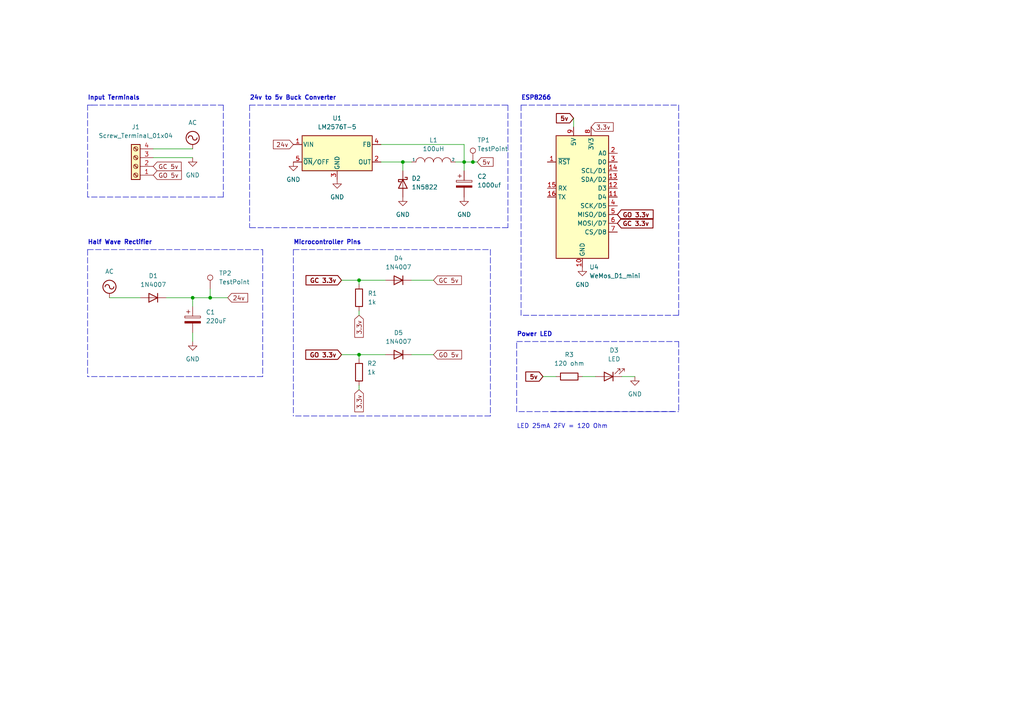
<source format=kicad_sch>
(kicad_sch (version 20211123) (generator eeschema)
  (paper "A4")
  (lib_symbols
    (symbol "Connector:Screw_Terminal_01x04" (pin_names (offset 1.016) hide)
      (property "Reference" "J" (at 0 5.08 0))
      (property "Value" "Screw_Terminal_01x04" (at 0 -7.62 0))
      (symbol "Screw_Terminal_01x04_1_1"
        (rectangle (start -1.27 3.81) (end 1.27 -6.35) (stroke (width 0.254)) (fill (type background)))
        (circle (center 0 -5.08) (radius 0.635) (stroke (width 0.1524)))
        (circle (center 0 -2.54) (radius 0.635) (stroke (width 0.1524)))
        (polyline (pts (xy -0.5334 -4.7498) (xy 0.3302 -5.588)) (stroke (width 0.1524)))
        (polyline (pts (xy -0.5334 -2.2098) (xy 0.3302 -3.048)) (stroke (width 0.1524)))
        (polyline (pts (xy -0.5334 0.3302) (xy 0.3302 -0.508)) (stroke (width 0.1524)))
        (polyline (pts (xy -0.5334 2.8702) (xy 0.3302 2.032)) (stroke (width 0.1524)))
        (polyline (pts (xy -0.3556 -4.572) (xy 0.508 -5.4102)) (stroke (width 0.1524)))
        (polyline (pts (xy -0.3556 -2.032) (xy 0.508 -2.8702)) (stroke (width 0.1524)))
        (polyline (pts (xy -0.3556 0.508) (xy 0.508 -0.3302)) (stroke (width 0.1524)))
        (polyline (pts (xy -0.3556 3.048) (xy 0.508 2.2098)) (stroke (width 0.1524)))
        (circle (center 0 0) (radius 0.635) (stroke (width 0.1524)))
        (circle (center 0 2.54) (radius 0.635) (stroke (width 0.1524)))
        (pin passive line (at -5.08 2.54 0) (length 3.81) (name "Pin_1") (number "1"))
        (pin passive line (at -5.08 0 0) (length 3.81) (name "Pin_2") (number "2"))
        (pin passive line (at -5.08 -2.54 0) (length 3.81) (name "Pin_3") (number "3"))
        (pin passive line (at -5.08 -5.08 0) (length 3.81) (name "Pin_4") (number "4"))
      )
    )
    (symbol "Connector:TestPoint" (pin_numbers hide) (pin_names (offset 0.762) hide)
      (property "Reference" "TP" (at 0 6.858 0))
      (property "Value" "TestPoint" (at 0 5.08 0))
      (symbol "TestPoint_0_1"
        (circle (center 0 3.302) (radius 0.762))
      )
      (symbol "TestPoint_1_1"
        (pin passive line (at 0 0 90) (length 2.54) (name "1") (number "1"))
      )
    )
    (symbol "Device:C_Polarized" (pin_numbers hide) (pin_names (offset 0.254))
      (property "Reference" "C" (at 0.635 2.54 0))
      (property "Value" "C_Polarized" (at 0.635 -2.54 0))
      (symbol "C_Polarized_0_1"
        (rectangle (start -2.286 0.508) (end 2.286 1.016))
        (polyline (pts (xy -1.778 2.286) (xy -0.762 2.286)))
        (polyline (pts (xy -1.27 2.794) (xy -1.27 1.778)))
        (rectangle (start 2.286 -0.508) (end -2.286 -1.016) (fill (type outline)))
      )
      (symbol "C_Polarized_1_1"
        (pin passive line (at 0 3.81 270) (length 2.794) (name "~") (number "1"))
        (pin passive line (at 0 -3.81 90) (length 2.794) (name "~") (number "2"))
      )
    )
    (symbol "Device:LED" (pin_numbers hide) (pin_names (offset 1.016) hide)
      (property "Reference" "D" (at 0 2.54 0))
      (property "Value" "LED" (at 0 -2.54 0))
      (symbol "LED_0_1"
        (polyline (pts (xy -1.27 -1.27) (xy -1.27 1.27)) (stroke (width 0.254)))
        (polyline (pts (xy -1.27 0) (xy 1.27 0)))
        (polyline (pts (xy 1.27 -1.27) (xy 1.27 1.27) (xy -1.27 0) (xy 1.27 -1.27)) (stroke (width 0.254)))
        (polyline (pts (xy -3.048 -0.762) (xy -4.572 -2.286) (xy -3.81 -2.286) (xy -4.572 -2.286) (xy -4.572 -1.524)))
        (polyline (pts (xy -1.778 -0.762) (xy -3.302 -2.286) (xy -2.54 -2.286) (xy -3.302 -2.286) (xy -3.302 -1.524)))
      )
      (symbol "LED_1_1"
        (pin passive line (at -3.81 0 0) (length 2.54) (name "K") (number "1"))
        (pin passive line (at 3.81 0 180) (length 2.54) (name "A") (number "2"))
      )
    )
    (symbol "Device:R" (pin_numbers hide) (pin_names (offset 0))
      (property "Reference" "R" (at 2.032 0 90))
      (property "Value" "R" (at 0 0 90))
      (symbol "R_0_1"
        (rectangle (start -1.016 -2.54) (end 1.016 2.54) (stroke (width 0.254)))
      )
      (symbol "R_1_1"
        (pin passive line (at 0 3.81 270) (length 1.27) (name "~") (number "1"))
        (pin passive line (at 0 -3.81 90) (length 1.27) (name "~") (number "2"))
      )
    )
    (symbol "Diode:1N4007" (pin_numbers hide) (pin_names (offset 1.016) hide)
      (property "Reference" "D" (at 0 2.54 0))
      (property "Value" "1N4007" (at 0 -2.54 0))
      (symbol "1N4007_0_1"
        (polyline (pts (xy -1.27 1.27) (xy -1.27 -1.27)) (stroke (width 0.254)))
        (polyline (pts (xy 1.27 0) (xy -1.27 0)))
        (polyline (pts (xy 1.27 1.27) (xy 1.27 -1.27) (xy -1.27 0) (xy 1.27 1.27)) (stroke (width 0.254)))
      )
      (symbol "1N4007_1_1"
        (pin passive line (at -3.81 0 0) (length 2.54) (name "K") (number "1"))
        (pin passive line (at 3.81 0 180) (length 2.54) (name "A") (number "2"))
      )
    )
    (symbol "Diode:1N5822" (pin_numbers hide) (pin_names (offset 1.016) hide)
      (property "Reference" "D" (at 0 2.54 0))
      (property "Value" "1N5822" (at 0 -2.54 0))
      (symbol "1N5822_0_1"
        (polyline (pts (xy 1.27 0) (xy -1.27 0)))
        (polyline (pts (xy 1.27 1.27) (xy 1.27 -1.27) (xy -1.27 0) (xy 1.27 1.27)) (stroke (width 0.254)))
        (polyline (pts (xy -1.905 0.635) (xy -1.905 1.27) (xy -1.27 1.27) (xy -1.27 -1.27) (xy -0.635 -1.27) (xy -0.635 -0.635)) (stroke (width 0.254)))
      )
      (symbol "1N5822_1_1"
        (pin passive line (at -3.81 0 0) (length 2.54) (name "K") (number "1"))
        (pin passive line (at 3.81 0 180) (length 2.54) (name "A") (number "2"))
      )
    )
    (symbol "MCU_Module:WeMos_D1_mini"
      (property "Reference" "U" (at 3.81 19.05 0))
      (property "Value" "WeMos_D1_mini" (at 1.27 -19.05 0))
      (symbol "WeMos_D1_mini_1_1"
        (rectangle (start -7.62 17.78) (end 7.62 -17.78) (stroke (width 0.254)) (fill (type background)))
        (pin input line (at -10.16 10.16 0) (length 2.54) (name "~{RST}") (number "1"))
        (pin power_in line (at 0 -20.32 90) (length 2.54) (name "GND") (number "10"))
        (pin bidirectional line (at 10.16 0 180) (length 2.54) (name "D4") (number "11"))
        (pin bidirectional line (at 10.16 2.54 180) (length 2.54) (name "D3") (number "12"))
        (pin bidirectional line (at 10.16 5.08 180) (length 2.54) (name "SDA/D2") (number "13"))
        (pin bidirectional line (at 10.16 7.62 180) (length 2.54) (name "SCL/D1") (number "14"))
        (pin input line (at -10.16 2.54 0) (length 2.54) (name "RX") (number "15"))
        (pin output line (at -10.16 0 0) (length 2.54) (name "TX") (number "16"))
        (pin input line (at 10.16 12.7 180) (length 2.54) (name "A0") (number "2"))
        (pin bidirectional line (at 10.16 10.16 180) (length 2.54) (name "D0") (number "3"))
        (pin bidirectional line (at 10.16 -2.54 180) (length 2.54) (name "SCK/D5") (number "4"))
        (pin bidirectional line (at 10.16 -5.08 180) (length 2.54) (name "MISO/D6") (number "5"))
        (pin bidirectional line (at 10.16 -7.62 180) (length 2.54) (name "MOSI/D7") (number "6"))
        (pin bidirectional line (at 10.16 -10.16 180) (length 2.54) (name "CS/D8") (number "7"))
        (pin power_out line (at 2.54 20.32 270) (length 2.54) (name "3V3") (number "8"))
        (pin power_in line (at -2.54 20.32 270) (length 2.54) (name "5V") (number "9"))
      )
    )
    (symbol "Regulator_Switching:LM2576T-5" (pin_names (offset 0.254))
      (property "Reference" "U" (at -10.16 6.35 0))
      (property "Value" "LM2576T-5" (at 0 6.35 0))
      (symbol "LM2576T-5_0_1"
        (rectangle (start -10.16 5.08) (end 10.16 -5.08) (stroke (width 0.254)) (fill (type background)))
      )
      (symbol "LM2576T-5_1_1"
        (pin power_in line (at -12.7 2.54 0) (length 2.54) (name "VIN") (number "1"))
        (pin output line (at 12.7 -2.54 180) (length 2.54) (name "OUT") (number "2"))
        (pin power_in line (at 0 -7.62 90) (length 2.54) (name "GND") (number "3"))
        (pin input line (at 12.7 2.54 180) (length 2.54) (name "FB") (number "4"))
        (pin input line (at -12.7 -2.54 0) (length 2.54) (name "~{ON}/OFF") (number "5"))
      )
    )
    (symbol "power:AC" (power) (pin_names (offset 0))
      (property "Value" "AC" (at 0 6.35 0))
      (symbol "AC_0_1"
        (polyline (pts (xy 0 0) (xy 0 1.27)))
        (arc (start 0 3.175) (mid -0.635 3.81) (end -1.27 3.175) (stroke (width 0.254)))
        (arc (start 0 3.175) (mid 0.635 2.54) (end 1.27 3.175) (stroke (width 0.254)))
        (circle (center 0 3.175) (radius 1.905) (stroke (width 0.254)))
      )
      (symbol "AC_1_1"
        (pin power_in line (at 0 0 90) (length 0) hide (name "AC") (number "1"))
      )
    )
    (symbol "power:GND" (power) (pin_names (offset 0))
      (property "Value" "GND" (at 0 -3.81 0))
      (symbol "GND_0_1"
        (polyline (pts (xy 0 0) (xy 0 -1.27) (xy 1.27 -1.27) (xy 0 -2.54) (xy -1.27 -1.27) (xy 0 -1.27)))
      )
      (symbol "GND_1_1"
        (pin power_in line (at 0 0 270) (length 0) hide (name "GND") (number "1"))
      )
    )
    (symbol "pspice:INDUCTOR" (pin_numbers hide) (pin_names (offset 0))
      (property "Reference" "L" (at 0 2.54 0))
      (property "Value" "INDUCTOR" (at 0 -1.27 0))
      (symbol "INDUCTOR_0_1"
        (arc (start -2.54 0) (mid -3.81 1.27) (end -5.08 0))
        (arc (start 0 0) (mid -1.27 1.27) (end -2.54 0))
        (arc (start 2.54 0) (mid 1.27 1.27) (end 0 0))
        (arc (start 5.08 0) (mid 3.81 1.27) (end 2.54 0))
      )
      (symbol "INDUCTOR_1_1"
        (pin input line (at -6.35 0 0) (length 1.27) (name "1") (number "1"))
        (pin input line (at 6.35 0 180) (length 1.27) (name "2") (number "2"))
      )
    )
  )
  (junction (at 60.96 86.36))
  (junction (at 134.62 46.99))
  (junction (at 104.14 81.28))
  (junction (at 55.88 86.36))
  (junction (at 104.14 102.87))
  (junction (at 137.16 46.99))
  (junction (at 116.84 46.99))
  (polyline (pts (xy 196.85 91.44) (xy 151.13 91.44)))
  (wire (pts (xy 116.84 46.99) (xy 119.38 46.99)))
  (wire (pts (xy 134.62 46.99) (xy 134.62 49.53)))
  (wire (pts (xy 44.45 45.72) (xy 55.88 45.72)))
  (wire (pts (xy 55.88 86.36) (xy 60.96 86.36)))
  (wire (pts (xy 137.16 46.99) (xy 138.43 46.99)))
  (wire (pts (xy 44.45 43.18) (xy 55.88 43.18)))
  (wire (pts (xy 132.08 46.99) (xy 134.62 46.99)))
  (polyline (pts (xy 149.86 119.38) (xy 149.86 99.06)))
  (wire (pts (xy 99.06 102.87) (xy 104.14 102.87)))
  (wire (pts (xy 172.72 109.22) (xy 168.91 109.22)))
  (wire (pts (xy 134.62 46.99) (xy 137.16 46.99)))
  (polyline (pts (xy 25.4 72.39) (xy 76.2 72.39)))
  (polyline (pts (xy 76.2 109.22) (xy 25.4 109.22)))
  (polyline (pts (xy 151.13 30.48) (xy 196.85 30.48)))
  (wire (pts (xy 104.14 82.55) (xy 104.14 81.28)))
  (polyline (pts (xy 142.24 120.65) (xy 85.09 120.65)))
  (polyline (pts (xy 151.13 30.48) (xy 151.13 91.44)))
  (polyline (pts (xy 72.39 30.48) (xy 72.39 66.04)))
  (polyline (pts (xy 160.02 119.38) (xy 196.85 119.38)))
  (polyline (pts (xy 25.4 72.39) (xy 25.4 109.22)))
  (wire (pts (xy 110.49 41.91) (xy 134.62 41.91)))
  (polyline (pts (xy 64.77 57.15) (xy 25.4 57.15)))
  (wire (pts (xy 99.06 81.28) (xy 104.14 81.28)))
  (polyline (pts (xy 147.32 66.04) (xy 72.39 66.04)))
  (polyline (pts (xy 85.09 72.39) (xy 142.24 72.39)))
  (polyline (pts (xy 85.09 72.39) (xy 85.09 120.65)))
  (polyline (pts (xy 196.85 30.48) (xy 196.85 91.44)))
  (wire (pts (xy 31.75 86.36) (xy 40.64 86.36)))
  (wire (pts (xy 104.14 102.87) (xy 111.76 102.87)))
  (polyline (pts (xy 196.85 99.06) (xy 196.85 119.38)))
  (wire (pts (xy 60.96 83.82) (xy 60.96 86.36)))
  (polyline (pts (xy 149.86 99.06) (xy 196.85 99.06)))
  (wire (pts (xy 48.26 86.36) (xy 55.88 86.36)))
  (polyline (pts (xy 147.32 30.48) (xy 147.32 66.04)))
  (wire (pts (xy 157.48 109.22) (xy 161.29 109.22)))
  (wire (pts (xy 119.38 102.87) (xy 125.73 102.87)))
  (polyline (pts (xy 76.2 72.39) (xy 76.2 109.22)))
  (wire (pts (xy 134.62 41.91) (xy 134.62 46.99)))
  (wire (pts (xy 104.14 113.03) (xy 104.14 111.76)))
  (wire (pts (xy 180.34 109.22) (xy 184.15 109.22)))
  (wire (pts (xy 104.14 91.44) (xy 104.14 90.17)))
  (wire (pts (xy 116.84 46.99) (xy 116.84 49.53)))
  (wire (pts (xy 104.14 81.28) (xy 111.76 81.28)))
  (wire (pts (xy 60.96 86.36) (xy 66.04 86.36)))
  (wire (pts (xy 104.14 102.87) (xy 104.14 104.14)))
  (polyline (pts (xy 25.4 30.48) (xy 26.67 30.48)))
  (polyline (pts (xy 64.77 30.48) (xy 64.77 57.15)))
  (polyline (pts (xy 72.39 30.48) (xy 147.32 30.48)))
  (polyline (pts (xy 195.58 119.38) (xy 149.86 119.38)))
  (wire (pts (xy 55.88 86.36) (xy 55.88 88.9)))
  (wire (pts (xy 55.88 96.52) (xy 55.88 99.06)))
  (wire (pts (xy 166.37 34.29) (xy 166.37 36.83)))
  (wire (pts (xy 110.49 46.99) (xy 116.84 46.99)))
  (polyline (pts (xy 26.67 30.48) (xy 64.77 30.48)))
  (polyline (pts (xy 25.4 57.15) (xy 25.4 30.48)))
  (wire (pts (xy 119.38 81.28) (xy 125.73 81.28)))
  (polyline (pts (xy 142.24 72.39) (xy 142.24 120.65)))
  (text "Microcontroller Pins" (at 85.09 71.12 0) (effects (font (size 1.27 1.27) (thickness 0.254) bold) (justify left bottom)))
  (text "Input Terminals" (at 25.4 29.21 0) (effects (font (size 1.27 1.27) (thickness 0.254) bold) (justify left bottom)))
  (text "ESP8266" (at 151.13 29.21 0) (effects (font (size 1.27 1.27) bold) (justify left bottom)))
  (text "Half Wave Rectifier" (at 25.4 71.12 0) (effects (font (size 1.27 1.27) (thickness 0.254) bold) (justify left bottom)))
  (text "Power LED" (at 149.86 97.79 0) (effects (font (size 1.27 1.27) bold) (justify left bottom)))
  (text "24v to 5v Buck Converter" (at 72.39 29.21 0) (effects (font (size 1.27 1.27) (thickness 0.254) bold) (justify left bottom)))
  (text "LED 25mA 2FV = 120 Ohm" (at 149.86 124.46 0) (effects (font (size 1.27 1.27)) (justify left bottom)))
  (global_label "24v" (shape input) (at 85.09 41.91 180) (property "Intersheet References" "${INTERSHEET_REFS}" (effects hide)))
  (global_label "3.3v" (shape input) (at 171.45 36.83 0) (property "Intersheet References" "${INTERSHEET_REFS}" (effects hide)))
  (global_label "GC 3.3v" (shape input) (at 179.07 64.77 0) (effects (font bold)) (property "Intersheet References" "${INTERSHEET_REFS}" (effects hide)))
  (global_label "GO 5v" (shape input) (at 44.45 50.8 0) (property "Intersheet References" "${INTERSHEET_REFS}" (effects hide)))
  (global_label "GC 5v" (shape input) (at 44.45 48.26 0) (property "Intersheet References" "${INTERSHEET_REFS}" (effects hide)))
  (global_label "24v" (shape input) (at 66.04 86.36 0) (property "Intersheet References" "${INTERSHEET_REFS}" (effects hide)))
  (global_label "GO 5v" (shape input) (at 125.73 102.87 0) (property "Intersheet References" "${INTERSHEET_REFS}" (effects hide)))
  (global_label "GO 3.3v" (shape input) (at 179.07 62.23 0) (effects (font bold)) (property "Intersheet References" "${INTERSHEET_REFS}" (effects hide)))
  (global_label "3.3v" (shape input) (at 104.14 113.03 270) (property "Intersheet References" "${INTERSHEET_REFS}" (effects hide)))
  (global_label "5v" (shape input) (at 166.37 34.29 180) (effects (font bold)) (property "Intersheet References" "${INTERSHEET_REFS}" (effects hide)))
  (global_label "GC 5v" (shape input) (at 125.73 81.28 0) (property "Intersheet References" "${INTERSHEET_REFS}" (effects hide)))
  (global_label "3.3v" (shape input) (at 104.14 91.44 270) (property "Intersheet References" "${INTERSHEET_REFS}" (effects hide)))
  (global_label "5v" (shape input) (at 138.43 46.99 0) (property "Intersheet References" "${INTERSHEET_REFS}" (effects hide)))
  (global_label "GO 3.3v" (shape input) (at 99.06 102.87 180) (effects (font bold)) (property "Intersheet References" "${INTERSHEET_REFS}" (effects hide)))
  (global_label "GC 3.3v" (shape input) (at 99.06 81.28 180) (effects (font bold)) (property "Intersheet References" "${INTERSHEET_REFS}" (effects hide)))
  (global_label "5v" (shape input) (at 157.48 109.22 180) (effects (font bold)) (property "Intersheet References" "${INTERSHEET_REFS}" (effects hide)))
  (symbol (lib_id "power:GND") (at 184.15 109.22 0) (unit 1)
    (property "Reference" "#PWR0112" (effects hide))
    (property "Value" "GND" (at 184.15 114.3 0))
  )
  (symbol (lib_id "pspice:INDUCTOR") (at 125.73 46.99 0) (unit 1)
    (property "Reference" "L1" (at 125.73 40.64 0))
    (property "Value" "100uH" (at 125.73 43.18 0))
    (property "Footprint" "Inductor_THT:L_Radial_D6.0mm_P4.00mm" (effects hide))
  )
  (symbol (lib_id "power:GND") (at 85.09 46.99 0) (unit 1)
    (property "Reference" "#PWR0107" (effects hide))
    (property "Value" "GND" (at 85.09 52.07 0))
  )
  (symbol (lib_id "Device:R") (at 104.14 86.36 180) (unit 1)
    (property "Reference" "R1" (at 106.68 85.0899 0) (effects (justify right)))
    (property "Value" "1k" (at 106.68 87.6299 0) (effects (justify right)))
    (property "Footprint" "Resistor_SMD:R_0402_1005Metric" (effects hide))
  )
  (symbol (lib_id "Device:C_Polarized") (at 55.88 92.71 0) (unit 1)
    (property "Reference" "C1" (at 59.69 90.5509 0) (effects (justify left)))
    (property "Value" "220uF" (at 59.69 93.0909 0) (effects (justify left)))
    (property "Footprint" "Capacitor_THT:CP_Radial_D7.5mm_P2.50mm" (effects hide))
  )
  (symbol (lib_id "Device:C_Polarized") (at 134.62 53.34 0) (unit 1)
    (property "Reference" "C2" (at 138.43 51.1809 0) (effects (justify left)))
    (property "Value" "1000uf" (at 138.43 53.7209 0) (effects (justify left)))
    (property "Footprint" "Capacitor_THT:CP_Radial_D10.0mm_P7.50mm" (effects hide))
  )
  (symbol (lib_id "Device:R") (at 165.1 109.22 90) (unit 1)
    (property "Reference" "R3" (at 165.1 102.87 90))
    (property "Value" "120 ohm" (at 165.1 105.41 90))
    (property "Footprint" "Resistor_SMD:R_0402_1005Metric" (effects hide))
  )
  (symbol (lib_id "Connector:Screw_Terminal_01x04") (at 39.37 48.26 180) (unit 1)
    (property "Reference" "J1" (at 39.37 36.83 0))
    (property "Value" "Screw_Terminal_01x04" (at 39.37 39.37 0))
    (property "Footprint" "TerminalBlock_Phoenix:TerminalBlock_Phoenix_MKDS-1,5-4_1x04_P5.00mm_Horizontal" (effects hide))
  )
  (symbol (lib_id "power:GND") (at 97.79 52.07 0) (unit 1)
    (property "Reference" "#PWR0108" (effects hide))
    (property "Value" "GND" (at 97.79 57.15 0))
  )
  (symbol (lib_id "Connector:TestPoint") (at 60.96 83.82 0) (unit 1)
    (property "Reference" "TP2" (at 63.5 79.2479 0) (effects (justify left)))
    (property "Value" "TestPoint" (at 63.5 81.7879 0) (effects (justify left)))
    (property "Footprint" "TestPoint:TestPoint_Pad_D2.5mm" (effects hide))
  )
  (symbol (lib_id "Device:R") (at 104.14 107.95 180) (unit 1)
    (property "Reference" "R2" (at 106.5192 105.4099 0) (effects (justify right)))
    (property "Value" "1k" (at 106.5192 107.9499 0) (effects (justify right)))
    (property "Footprint" "Resistor_SMD:R_0402_1005Metric" (effects hide))
  )
  (symbol (lib_id "Device:LED") (at 176.53 109.22 180) (unit 1)
    (property "Reference" "D3" (at 178.1175 101.6 0))
    (property "Value" "LED" (at 178.1175 104.14 0))
    (property "Footprint" "LED_SMD:LED_0603_1608Metric" (effects hide))
  )
  (symbol (lib_id "power:GND") (at 55.88 99.06 0) (unit 1)
    (property "Reference" "#PWR0102" (effects hide))
    (property "Value" "GND" (at 55.88 104.14 0))
  )
  (symbol (lib_id "Diode:1N4007") (at 115.57 81.28 180) (unit 1)
    (property "Reference" "D4" (at 115.57 74.93 0))
    (property "Value" "1N4007" (at 115.57 77.47 0))
    (property "Footprint" "Diode_THT:D_DO-41_SOD81_P10.16mm_Horizontal" (effects hide))
    (property "Datasheet" "http://www.vishay.com/docs/88503/1n4001.pdf" (effects hide))
  )
  (symbol (lib_id "power:GND") (at 168.91 77.47 0) (unit 1)
    (property "Reference" "#PWR0111" (effects hide))
    (property "Value" "GND" (at 168.91 82.55 0))
  )
  (symbol (lib_id "Diode:1N4007") (at 44.45 86.36 180) (unit 1)
    (property "Reference" "D1" (at 44.45 80.01 0))
    (property "Value" "1N4007" (at 44.45 82.55 0))
    (property "Footprint" "Diode_THT:D_DO-41_SOD81_P10.16mm_Horizontal" (effects hide))
    (property "Datasheet" "http://www.vishay.com/docs/88503/1n4001.pdf" (effects hide))
  )
  (symbol (lib_id "Diode:1N5822") (at 116.84 53.34 270) (unit 1)
    (property "Reference" "D2" (at 119.38 51.7524 90) (effects (justify left)))
    (property "Value" "1N5822" (at 119.38 54.2924 90) (effects (justify left)))
    (property "Footprint" "Diode_THT:D_DO-201AD_P15.24mm_Horizontal" (effects hide))
    (property "Datasheet" "http://www.vishay.com/docs/88526/1n5820.pdf" (effects hide))
  )
  (symbol (lib_id "power:AC") (at 55.88 43.18 0) (unit 1)
    (property "Reference" "#PWR0104" (effects hide))
    (property "Value" "AC" (at 55.88 35.56 0))
  )
  (symbol (lib_id "Connector:TestPoint") (at 137.16 46.99 0) (unit 1)
    (property "Reference" "TP1" (at 138.43 40.64 0) (effects (justify left)))
    (property "Value" "TestPoint" (at 138.43 43.18 0) (effects (justify left)))
    (property "Footprint" "TestPoint:TestPoint_Pad_D2.5mm" (effects hide))
  )
  (symbol (lib_id "power:GND") (at 55.88 45.72 0) (unit 1)
    (property "Reference" "#PWR0103" (effects hide))
    (property "Value" "GND" (at 55.88 50.8 0))
  )
  (symbol (lib_id "power:GND") (at 116.84 57.15 0) (unit 1)
    (property "Reference" "#PWR0110" (effects hide))
    (property "Value" "GND" (at 116.84 62.23 0))
  )
  (symbol (lib_id "Diode:1N4007") (at 115.57 102.87 180) (unit 1)
    (property "Reference" "D5" (at 115.57 96.52 0))
    (property "Value" "1N4007" (at 115.57 99.06 0))
    (property "Footprint" "Diode_THT:D_DO-41_SOD81_P10.16mm_Horizontal" (effects hide))
    (property "Datasheet" "http://www.vishay.com/docs/88503/1n4001.pdf" (effects hide))
  )
  (symbol (lib_id "power:AC") (at 31.75 86.36 0) (unit 1)
    (property "Reference" "#PWR0101" (effects hide))
    (property "Value" "AC" (at 31.75 78.74 0))
  )
  (symbol (lib_id "power:GND") (at 134.62 57.15 0) (unit 1)
    (property "Reference" "#PWR0109" (effects hide))
    (property "Value" "GND" (at 134.62 62.23 0))
  )
  (symbol (lib_id "MCU_Module:WeMos_D1_mini") (at 168.91 57.15 0) (unit 1)
    (property "Reference" "U4" (at 170.9294 77.47 0) (effects (justify left)))
    (property "Value" "WeMos_D1_mini" (at 170.9294 80.01 0) (effects (justify left)))
    (property "Footprint" "Module:WEMOS_D1_mini_light" (effects hide))
    (property "Datasheet" "https://wiki.wemos.cc/products:d1:d1_mini#documentation" (effects hide))
  )
  (symbol (lib_id "Regulator_Switching:LM2576T-5") (at 97.79 44.45 0) (unit 1)
    (property "Reference" "U1" (at 97.79 34.29 0))
    (property "Value" "LM2576T-5" (at 97.79 36.83 0))
    (property "Footprint" "Package_TO_SOT_THT:TO-220-5_Vertical" (effects hide))
    (property "Datasheet" "http://www.ti.com/lit/ds/symlink/lm2576.pdf" (effects hide))
  )
)
</source>
